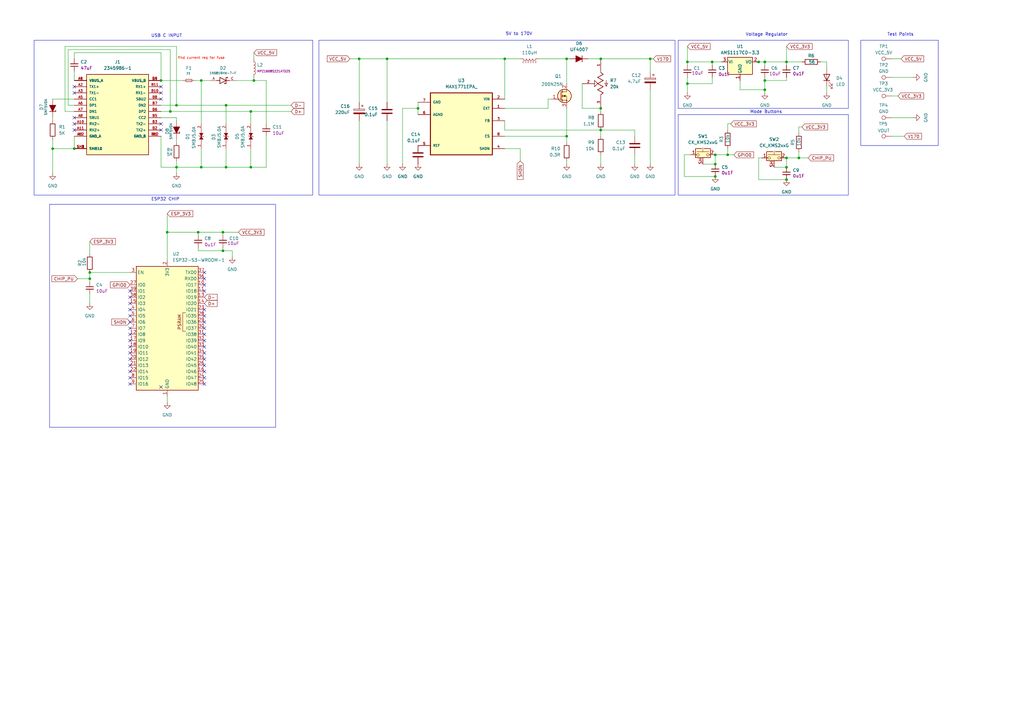
<source format=kicad_sch>
(kicad_sch (version 20231120) (generator "eeschema") (generator_version "8.0")
  (paper "A3")
  (junction (at 30.48 60.96))
  (junction (at 313.69 36.83))
  (junction (at 322.58 25.4))
  (junction (at 68.58 95.25))
  (junction (at 104.14 33.02))
  (junction (at 293.37 72.39))
  (junction (at 281.94 25.4))
  (junction (at 36.83 114.3))
  (junction (at 232.41 24.13))
  (junction (at 72.39 43.18))
  (junction (at 147.32 24.13))
  (junction (at 322.58 68.58))
  (junction (at 246.38 44.45))
  (junction (at 313.69 33.02))
  (junction (at 327.66 64.77))
  (junction (at 72.39 68.58))
  (junction (at 246.38 24.13))
  (junction (at 102.87 68.58))
  (junction (at 292.1 25.4))
  (junction (at 311.15 25.4))
  (junction (at 322.58 64.77))
  (junction (at 313.69 25.4))
  (junction (at 92.71 68.58))
  (junction (at 158.75 24.13))
  (junction (at 293.37 67.31))
  (junction (at 246.38 53.34))
  (junction (at 92.71 43.18))
  (junction (at 281.94 34.29))
  (junction (at 91.44 102.87))
  (junction (at 102.87 45.72))
  (junction (at 81.28 95.25))
  (junction (at 21.59 60.96))
  (junction (at 82.55 68.58))
  (junction (at 36.83 111.76))
  (junction (at 293.37 63.5))
  (junction (at 207.01 24.13))
  (junction (at 232.41 55.88))
  (junction (at 69.85 45.72))
  (junction (at 66.04 33.02))
  (junction (at 266.7 24.13))
  (junction (at 171.45 44.45))
  (junction (at 82.55 33.02))
  (junction (at 322.58 73.66))
  (junction (at 91.44 95.25))
  (junction (at 298.45 63.5))
  (no_connect (at 83.82 144.78))
  (no_connect (at 53.34 119.38))
  (no_connect (at 83.82 142.24))
  (no_connect (at 53.34 149.86))
  (no_connect (at 83.82 114.3))
  (no_connect (at 53.34 154.94))
  (no_connect (at 53.34 142.24))
  (no_connect (at 53.34 132.08))
  (no_connect (at 83.82 132.08))
  (no_connect (at 53.34 152.4))
  (no_connect (at 83.82 137.16))
  (no_connect (at 83.82 129.54))
  (no_connect (at 83.82 147.32))
  (no_connect (at 53.34 121.92))
  (no_connect (at 83.82 116.84))
  (no_connect (at 53.34 137.16))
  (no_connect (at 30.48 53.34))
  (no_connect (at 83.82 139.7))
  (no_connect (at 30.48 35.56))
  (no_connect (at 83.82 127))
  (no_connect (at 66.04 38.1))
  (no_connect (at 83.82 152.4))
  (no_connect (at 53.34 147.32))
  (no_connect (at 30.48 48.26))
  (no_connect (at 83.82 154.94))
  (no_connect (at 53.34 157.48))
  (no_connect (at 83.82 119.38))
  (no_connect (at 30.48 38.1))
  (no_connect (at 83.82 111.76))
  (no_connect (at 66.04 50.8))
  (no_connect (at 53.34 124.46))
  (no_connect (at 83.82 157.48))
  (no_connect (at 53.34 144.78))
  (no_connect (at 53.34 139.7))
  (no_connect (at 66.04 158.75))
  (no_connect (at 66.04 35.56))
  (no_connect (at 66.04 40.64))
  (no_connect (at 53.34 129.54))
  (no_connect (at 83.82 134.62))
  (no_connect (at 53.34 127))
  (no_connect (at 66.04 53.34))
  (no_connect (at 53.34 134.62))
  (no_connect (at 30.48 50.8))
  (no_connect (at 83.82 149.86))
  (wire (pts (xy 232.41 34.29) (xy 232.41 24.13)))
  (wire (pts (xy 322.58 33.02) (xy 313.69 33.02)))
  (wire (pts (xy 292.1 26.67) (xy 292.1 25.4)))
  (wire (pts (xy 266.7 36.83) (xy 266.7 67.31)))
  (wire (pts (xy 260.35 63.5) (xy 260.35 67.31)))
  (wire (pts (xy 53.34 111.76) (xy 36.83 111.76)))
  (wire (pts (xy 36.83 120.65) (xy 36.83 124.46)))
  (wire (pts (xy 298.45 63.5) (xy 293.37 63.5)))
  (wire (pts (xy 82.55 60.96) (xy 82.55 68.58)))
  (wire (pts (xy 311.15 64.77) (xy 311.15 73.66)))
  (wire (pts (xy 36.83 114.3) (xy 36.83 111.76)))
  (wire (pts (xy 102.87 45.72) (xy 119.38 45.72)))
  (wire (pts (xy 339.09 25.4) (xy 336.55 25.4)))
  (wire (pts (xy 82.55 33.02) (xy 86.36 33.02)))
  (wire (pts (xy 72.39 68.58) (xy 72.39 71.12)))
  (wire (pts (xy 327.66 52.07) (xy 328.93 52.07)))
  (wire (pts (xy 102.87 68.58) (xy 109.22 68.58)))
  (wire (pts (xy 158.75 24.13) (xy 147.32 24.13)))
  (wire (pts (xy 102.87 60.96) (xy 102.87 68.58)))
  (wire (pts (xy 147.32 49.53) (xy 147.32 67.31)))
  (wire (pts (xy 31.75 114.3) (xy 36.83 114.3)))
  (wire (pts (xy 81.28 102.87) (xy 91.44 102.87)))
  (wire (pts (xy 207.01 53.34) (xy 246.38 53.34)))
  (wire (pts (xy 92.71 50.8) (xy 92.71 43.18)))
  (wire (pts (xy 295.91 25.4) (xy 292.1 25.4)))
  (wire (pts (xy 30.48 40.64) (xy 21.59 40.64)))
  (wire (pts (xy 104.14 21.59) (xy 104.14 24.13)))
  (wire (pts (xy 30.48 33.02) (xy 30.48 29.21)))
  (wire (pts (xy 292.1 34.29) (xy 292.1 31.75)))
  (wire (pts (xy 36.83 104.14) (xy 36.83 99.06)))
  (wire (pts (xy 317.5 68.58) (xy 322.58 68.58)))
  (wire (pts (xy 21.59 48.26) (xy 21.59 49.53)))
  (wire (pts (xy 92.71 68.58) (xy 102.87 68.58)))
  (wire (pts (xy 72.39 66.04) (xy 72.39 68.58)))
  (wire (pts (xy 281.94 34.29) (xy 281.94 38.1)))
  (wire (pts (xy 66.04 21.59) (xy 66.04 33.02)))
  (wire (pts (xy 66.04 33.02) (xy 74.93 33.02)))
  (wire (pts (xy 69.85 45.72) (xy 102.87 45.72)))
  (wire (pts (xy 66.04 48.26) (xy 72.39 48.26)))
  (wire (pts (xy 370.84 55.88) (xy 365.76 55.88)))
  (wire (pts (xy 311.15 25.4) (xy 313.69 25.4)))
  (wire (pts (xy 238.76 34.29) (xy 238.76 44.45)))
  (wire (pts (xy 207.01 24.13) (xy 158.75 24.13)))
  (wire (pts (xy 232.41 24.13) (xy 220.98 24.13)))
  (wire (pts (xy 81.28 96.52) (xy 81.28 95.25)))
  (wire (pts (xy 82.55 68.58) (xy 92.71 68.58)))
  (wire (pts (xy 158.75 41.91) (xy 158.75 24.13)))
  (wire (pts (xy 91.44 102.87) (xy 91.44 101.6)))
  (wire (pts (xy 66.04 43.18) (xy 72.39 43.18)))
  (wire (pts (xy 365.76 48.26) (xy 374.65 48.26)))
  (wire (pts (xy 313.69 25.4) (xy 322.58 25.4)))
  (wire (pts (xy 81.28 95.25) (xy 68.58 95.25)))
  (wire (pts (xy 27.94 20.32) (xy 27.94 43.18)))
  (wire (pts (xy 224.79 40.64) (xy 226.06 40.64)))
  (wire (pts (xy 260.35 55.88) (xy 260.35 53.34)))
  (wire (pts (xy 207.01 53.34) (xy 207.01 49.53)))
  (wire (pts (xy 91.44 96.52) (xy 91.44 95.25)))
  (wire (pts (xy 72.39 43.18) (xy 92.71 43.18)))
  (wire (pts (xy 213.36 60.96) (xy 213.36 66.04)))
  (wire (pts (xy 102.87 50.8) (xy 102.87 45.72)))
  (wire (pts (xy 165.1 44.45) (xy 171.45 44.45)))
  (wire (pts (xy 92.71 60.96) (xy 92.71 68.58)))
  (wire (pts (xy 339.09 35.56) (xy 339.09 38.1)))
  (wire (pts (xy 322.58 33.02) (xy 322.58 31.75)))
  (wire (pts (xy 91.44 102.87) (xy 95.25 102.87)))
  (wire (pts (xy 281.94 25.4) (xy 281.94 19.05)))
  (wire (pts (xy 313.69 26.67) (xy 313.69 25.4)))
  (wire (pts (xy 303.53 33.02) (xy 303.53 36.83)))
  (wire (pts (xy 21.59 60.96) (xy 21.59 57.15)))
  (wire (pts (xy 283.21 63.5) (xy 280.67 63.5)))
  (wire (pts (xy 165.1 67.31) (xy 165.1 44.45)))
  (wire (pts (xy 66.04 55.88) (xy 66.04 68.58)))
  (wire (pts (xy 207.01 55.88) (xy 232.41 55.88)))
  (wire (pts (xy 27.94 20.32) (xy 69.85 20.32)))
  (wire (pts (xy 246.38 63.5) (xy 246.38 67.31)))
  (wire (pts (xy 104.14 33.02) (xy 109.22 33.02)))
  (wire (pts (xy 171.45 41.91) (xy 171.45 44.45)))
  (wire (pts (xy 66.04 68.58) (xy 72.39 68.58)))
  (wire (pts (xy 232.41 44.45) (xy 232.41 55.88)))
  (wire (pts (xy 327.66 62.23) (xy 327.66 64.77)))
  (wire (pts (xy 96.52 33.02) (xy 104.14 33.02)))
  (wire (pts (xy 30.48 21.59) (xy 30.48 24.13)))
  (wire (pts (xy 309.88 25.4) (xy 311.15 25.4)))
  (wire (pts (xy 27.94 43.18) (xy 30.48 43.18)))
  (wire (pts (xy 233.68 24.13) (xy 232.41 24.13)))
  (wire (pts (xy 232.41 58.42) (xy 232.41 55.88)))
  (wire (pts (xy 365.76 24.13) (xy 369.57 24.13)))
  (wire (pts (xy 92.71 43.18) (xy 119.38 43.18)))
  (wire (pts (xy 293.37 67.31) (xy 293.37 63.5)))
  (wire (pts (xy 158.75 67.31) (xy 158.75 49.53)))
  (wire (pts (xy 322.58 25.4) (xy 328.93 25.4)))
  (wire (pts (xy 311.15 73.66) (xy 322.58 73.66)))
  (wire (pts (xy 80.01 33.02) (xy 82.55 33.02)))
  (wire (pts (xy 331.47 64.77) (xy 327.66 64.77)))
  (wire (pts (xy 109.22 55.88) (xy 109.22 68.58)))
  (wire (pts (xy 91.44 95.25) (xy 97.79 95.25)))
  (wire (pts (xy 365.76 31.75) (xy 374.65 31.75)))
  (wire (pts (xy 68.58 106.68) (xy 68.58 95.25)))
  (wire (pts (xy 36.83 115.57) (xy 36.83 114.3)))
  (wire (pts (xy 260.35 53.34) (xy 246.38 53.34)))
  (wire (pts (xy 327.66 64.77) (xy 322.58 64.77)))
  (wire (pts (xy 68.58 95.25) (xy 68.58 87.63)))
  (wire (pts (xy 104.14 31.75) (xy 104.14 33.02)))
  (wire (pts (xy 266.7 24.13) (xy 246.38 24.13)))
  (wire (pts (xy 312.42 64.77) (xy 311.15 64.77)))
  (wire (pts (xy 207.01 60.96) (xy 213.36 60.96)))
  (wire (pts (xy 69.85 20.32) (xy 69.85 45.72)))
  (wire (pts (xy 66.04 45.72) (xy 69.85 45.72)))
  (wire (pts (xy 298.45 60.96) (xy 298.45 63.5)))
  (wire (pts (xy 303.53 36.83) (xy 313.69 36.83)))
  (wire (pts (xy 72.39 48.26) (xy 72.39 49.53)))
  (wire (pts (xy 322.58 68.58) (xy 322.58 64.77)))
  (wire (pts (xy 327.66 54.61) (xy 327.66 52.07)))
  (wire (pts (xy 81.28 95.25) (xy 91.44 95.25)))
  (wire (pts (xy 109.22 33.02) (xy 109.22 50.8)))
  (wire (pts (xy 207.01 44.45) (xy 224.79 44.45)))
  (wire (pts (xy 30.48 21.59) (xy 66.04 21.59)))
  (wire (pts (xy 246.38 53.34) (xy 246.38 55.88)))
  (wire (pts (xy 298.45 53.34) (xy 298.45 50.8)))
  (wire (pts (xy 288.29 67.31) (xy 293.37 67.31)))
  (wire (pts (xy 224.79 44.45) (xy 224.79 40.64)))
  (wire (pts (xy 72.39 57.15) (xy 72.39 58.42)))
  (wire (pts (xy 280.67 72.39) (xy 293.37 72.39)))
  (wire (pts (xy 171.45 44.45) (xy 171.45 46.99)))
  (wire (pts (xy 95.25 105.41) (xy 95.25 102.87)))
  (wire (pts (xy 322.58 25.4) (xy 322.58 26.67)))
  (wire (pts (xy 300.99 63.5) (xy 298.45 63.5)))
  (wire (pts (xy 26.67 45.72) (xy 26.67 19.05)))
  (wire (pts (xy 82.55 68.58) (xy 72.39 68.58)))
  (wire (pts (xy 298.45 50.8) (xy 299.72 50.8)))
  (wire (pts (xy 30.48 60.96) (xy 30.48 55.88)))
  (wire (pts (xy 246.38 24.13) (xy 241.3 24.13)))
  (wire (pts (xy 238.76 44.45) (xy 246.38 44.45)))
  (wire (pts (xy 292.1 34.29) (xy 281.94 34.29)))
  (wire (pts (xy 313.69 31.75) (xy 313.69 33.02)))
  (wire (pts (xy 26.67 19.05) (xy 72.39 19.05)))
  (wire (pts (xy 147.32 41.91) (xy 147.32 24.13)))
  (wire (pts (xy 313.69 33.02) (xy 313.69 36.83)))
  (wire (pts (xy 82.55 33.02) (xy 82.55 50.8)))
  (wire (pts (xy 281.94 26.67) (xy 281.94 25.4)))
  (wire (pts (xy 339.09 27.94) (xy 339.09 25.4)))
  (wire (pts (xy 266.7 29.21) (xy 266.7 24.13)))
  (wire (pts (xy 72.39 19.05) (xy 72.39 43.18)))
  (wire (pts (xy 281.94 31.75) (xy 281.94 34.29)))
  (wire (pts (xy 81.28 101.6) (xy 81.28 102.87)))
  (wire (pts (xy 280.67 63.5) (xy 280.67 72.39)))
  (wire (pts (xy 143.51 24.13) (xy 147.32 24.13)))
  (wire (pts (xy 292.1 25.4) (xy 281.94 25.4)))
  (wire (pts (xy 313.69 38.1) (xy 313.69 36.83)))
  (wire (pts (xy 21.59 71.12) (xy 21.59 60.96)))
  (wire (pts (xy 322.58 19.05) (xy 322.58 25.4)))
  (wire (pts (xy 213.36 24.13) (xy 207.01 24.13)))
  (wire (pts (xy 267.97 24.13) (xy 266.7 24.13)))
  (wire (pts (xy 365.76 39.37) (xy 368.3 39.37)))
  (wire (pts (xy 30.48 60.96) (xy 21.59 60.96)))
  (wire (pts (xy 232.41 67.31) (xy 232.41 66.04)))
  (wire (pts (xy 30.48 45.72) (xy 26.67 45.72)))
  (wire (pts (xy 207.01 40.64) (xy 207.01 24.13)))
  (wire (pts (xy 246.38 45.72) (xy 246.38 44.45)))
  (wire (pts (xy 68.58 162.56) (xy 68.58 165.1)))
  (rectangle (start 13.97 16.51) (end 128.27 80.01))
  (rectangle (start 353.06 16.51) (end 384.81 59.69))
  (rectangle (start 130.81 16.51) (end 276.86 80.01))
  (rectangle (start 278.13 16.51) (end 347.98 44.45))
  (rectangle (start 278.13 46.99) (end 347.98 80.01))
  (rectangle (start 205.74 323.85) (end 205.74 323.85))
  (rectangle (start 20.32 83.82) (end 113.03 175.26))
  (text "Voltage Regulator" (at 314.452 14.224 0) (effects (font (size 1.27 1.27))))
  (text "5V to 170V" (at 212.852 13.97 0) (effects (font (size 1.27 1.27))))
  (text "Test Points" (at 369.316 14.224 0) (effects (font (size 1.27 1.27))))
  (text "USB C INPUT" (at 68.326 14.732 0) (effects (font (size 1.27 1.27))))
  (text "find current req for fuse\n" (at 82.55 23.876 0) (effects (font (size 1.016 1.016))))
  (text "Mode Buttons" (at 314.198 45.974 0) (effects (font (size 1.27 1.27))))
  (text "ESP32 CHIP" (at 67.818 81.788 0) (effects (font (size 1.27 1.27))))
  (global_label "D+" (shape input) (at 119.38 45.72 0) (property "Intersheetrefs" "${INTERSHEET_REFS}" (effects (hide yes))))
  (global_label "VCC_3V3" (shape input) (at 97.79 95.25 0) (property "Intersheetrefs" "${INTERSHEET_REFS}" (effects (hide yes))))
  (global_label "D+" (shape input) (at 83.82 124.46 0) (property "Intersheetrefs" "${INTERSHEET_REFS}" (effects (hide yes))))
  (global_label "VCC_3V3" (shape input) (at 299.72 50.8 0) (property "Intersheetrefs" "${INTERSHEET_REFS}" (effects (hide yes))))
  (global_label "VCC_5V" (shape input) (at 369.57 24.13 0) (property "Intersheetrefs" "${INTERSHEET_REFS}" (effects (hide yes))))
  (global_label "VCC_5V" (shape input) (at 143.51 24.13 180) (property "Intersheetrefs" "${INTERSHEET_REFS}" (effects (hide yes))))
  (global_label "D-" (shape input) (at 83.82 121.92 0) (property "Intersheetrefs" "${INTERSHEET_REFS}" (effects (hide yes))))
  (global_label "V170" (shape input) (at 267.97 24.13 0) (property "Intersheetrefs" "${INTERSHEET_REFS}" (effects (hide yes))))
  (global_label "GPIO0" (shape input) (at 300.99 63.5 0) (property "Intersheetrefs" "${INTERSHEET_REFS}" (effects (hide yes))))
  (global_label "V170" (shape input) (at 370.84 55.88 0) (property "Intersheetrefs" "${INTERSHEET_REFS}" (effects (hide yes))))
  (global_label "VCC_3V3" (shape input) (at 368.3 39.37 0) (property "Intersheetrefs" "${INTERSHEET_REFS}" (effects (hide yes))))
  (global_label "D-" (shape input) (at 119.38 43.18 0) (property "Intersheetrefs" "${INTERSHEET_REFS}" (effects (hide yes))))
  (global_label "VCC_3V3" (shape input) (at 322.58 19.05 0) (property "Intersheetrefs" "${INTERSHEET_REFS}" (effects (hide yes))))
  (global_label "ESP_3V3" (shape input) (at 36.83 99.06 0) (property "Intersheetrefs" "${INTERSHEET_REFS}" (effects (hide yes))))
  (global_label "CHIP_PU" (shape input) (at 331.47 64.77 0) (property "Intersheetrefs" "${INTERSHEET_REFS}" (effects (hide yes))))
  (global_label "CHIP_PU" (shape input) (at 31.75 114.3 180) (property "Intersheetrefs" "${INTERSHEET_REFS}" (effects (hide yes))))
  (global_label "SHDN" (shape input) (at 53.34 132.08 180) (property "Intersheetrefs" "${INTERSHEET_REFS}" (effects (hide yes))))
  (global_label "VCC_5V" (shape input) (at 281.94 19.05 0) (property "Intersheetrefs" "${INTERSHEET_REFS}" (effects (hide yes))))
  (global_label "SHDN" (shape input) (at 213.36 66.04 270) (property "Intersheetrefs" "${INTERSHEET_REFS}" (effects (hide yes))))
  (global_label "ESP_3V3" (shape input) (at 68.58 87.63 0) (property "Intersheetrefs" "${INTERSHEET_REFS}" (effects (hide yes))))
  (global_label "VCC_3V3" (shape input) (at 328.93 52.07 0) (property "Intersheetrefs" "${INTERSHEET_REFS}" (effects (hide yes))))
  (global_label "GPIO0" (shape input) (at 53.34 116.84 180) (property "Intersheetrefs" "${INTERSHEET_REFS}" (effects (hide yes))))
  (global_label "VCC_5V" (shape input) (at 104.14 21.59 0) (property "Intersheetrefs" "${INTERSHEET_REFS}" (effects (hide yes))))
  (symbol (lib_id "Connector:TestPoint") (at 365.76 48.26 90) (unit 1)
    (property "Reference" "TP4" (at 364.236 43.18 90) (effects (justify left)))
    (property "Value" "GND" (at 364.49 45.72 90) (effects (justify left)))
    (property "Footprint" "Connector_PinHeader_2.54mm:PinHeader_1x01_P2.54mm_Vertical" (effects (hide yes)))
    (property "Description" "test point" (effects (hide yes)))
  )
  (symbol (lib_id "power:GND") (at 232.41 67.31 0) (mirror y) (unit 1)
    (property "Reference" "#PWR017" (effects (hide yes)))
    (property "Value" "GND" (at 232.41 72.39 0))
    (property "Description" "Power symbol creates a global label with name \"GND\" , ground" (effects (hide yes)))
  )
  (symbol (lib_id "1N5819HW-7-F:1N5819HW-7-F") (at 91.44 33.02 0) (unit 1)
    (property "Reference" "D2" (at 91.44 27.94 0))
    (property "Value" "1N5819HW-7-F" (at 91.44 29.972 0) (effects (font (size 0.889 0.889))))
    (property "Footprint" "1N5819HW-7-F:SOD3715X145N" (effects (hide yes)))
    (property "MF" "Diodes Inc." (effects (hide yes)))
    (property "Description_1" "\nDiode Schottky 1A 40V SOD123 | Diodes Inc 1N5819HW-7-F\n" (effects (hide yes)))
    (property "Package" "SOD-123 Fairchild Semiconductor" (effects (hide yes)))
    (property "Price" "None" (effects (hide yes)))
    (property "Check_prices" "https://www.snapeda.com/parts/1N5819HW-7-F/Diodes+Inc./view-part/?ref=eda" (effects (hide yes)))
    (property "STANDARD" "IPC-7351B" (effects (hide yes)))
    (property "PARTREV" "18-2" (effects (hide yes)))
    (property "SnapEDA_Link" "https://www.snapeda.com/parts/1N5819HW-7-F/Diodes+Inc./view-part/?ref=snap" (effects (hide yes)))
    (property "MP" "1N5819HW-7-F" (effects (hide yes)))
    (property "Availability" "In Stock" (effects (hide yes)))
    (property "MANUFACTURER" "Diodes Inc." (effects (hide yes)))
  )
  (symbol (lib_id "Switch:CK_KMS2xxG") (at 288.29 63.5 0) (unit 1)
    (property "Reference" "SW1" (at 288.29 55.88 0))
    (property "Value" "CK_KMS2xxG" (at 288.29 58.42 0))
    (property "Footprint" "Button_Switch_SMD:SW_SPST_CK_KMS2xxGP" (effects (hide yes)))
    (property "Datasheet" "https://www.ckswitches.com/media/1482/kms.pdf" (effects (hide yes)))
    (property "Description" "Microminiature SMT Side Actuated, 4.2 x 2.8 x 1.42mm, without pegs, with shield pin" (effects (hide yes)))
  )
  (symbol (lib_id "power:GND") (at 95.25 105.41 0) (unit 1)
    (property "Reference" "#PWR09" (effects (hide yes)))
    (property "Value" "GND" (at 95.25 110.49 0))
    (property "Description" "Power symbol creates a global label with name \"GND\" , ground" (effects (hide yes)))
  )
  (symbol (lib_id "PCM_Transistor_MOSFET_AKL:IRF640") (at 229.87 39.37 0) (unit 1)
    (property "Reference" "Q1" (at 227.584 31.242 0) (effects (justify left)))
    (property "Value" "200N25N" (at 221.996 34.544 0) (effects (justify left)))
    (property "Footprint" "PCM_Package_TO_SOT_THT_AKL:TO-220-3_Vertical_GDS" (effects (hide yes)))
    (property "Datasheet" "https://www.tme.eu/Document/5b02d89445db0cd125a3a98f98b3f499/IRF640PBF.pdf" (effects (hide yes)))
    (property "Description" "TO-220 N-MOSFET enchancement mode transistor, 200V, 18A, 125W, Alternate KiCAD Library" (effects (hide yes)))
  )
  (symbol (lib_id "PCM_Diode_TVS_AKL:PTVS3V3P1UP") (at 72.39 53.34 270) (unit 1)
    (property "Reference" "D8" (at 68.58 53.848 0))
    (property "Value" "SMF5V0A" (at 70.104 53.848 0) (effects (font (size 1.016 1.016))))
  )
  (symbol (lib_id "power:GND") (at 171.45 67.31 0) (mirror y) (unit 1)
    (property "Reference" "#PWR018" (effects (hide yes)))
    (property "Value" "GND" (at 171.45 72.39 0))
    (property "Description" "Power symbol creates a global label with name \"GND\" , ground" (effects (hide yes)))
  )
  (symbol (lib_id "power:GND") (at 293.37 72.39 0) (unit 1)
    (property "Reference" "#PWR04" (effects (hide yes)))
    (property "Value" "GND" (at 293.37 77.47 0))
    (property "Description" "Power symbol creates a global label with name \"GND\" , ground" (effects (hide yes)))
  )
  (symbol (lib_id "Device:LED") (at 339.09 31.75 90) (unit 1)
    (property "Reference" "D4" (at 342.9 32.0674 90) (effects (justify right)))
    (property "Value" "LED" (at 342.9 34.6074 90) (effects (justify right)))
    (property "Footprint" "LED_SMD:LED_0805_2012Metric_Pad1.15x1.40mm_HandSolder" (effects (hide yes)))
    (property "Description" "Light emitting diode" (effects (hide yes)))
    (property "Field5" "RED" (effects (hide yes)))
  )
  (symbol (lib_id "power:GND") (at 21.59 71.12 0) (unit 1)
    (property "Reference" "#PWR02" (effects (hide yes)))
    (property "Value" "GND" (at 21.59 76.2 0))
    (property "Description" "Power symbol creates a global label with name \"GND\" , ground" (effects (hide yes)))
  )
  (symbol (lib_id "Device:R") (at 332.74 25.4 90) (unit 1)
    (property "Reference" "R6" (at 332.74 22.86 90))
    (property "Value" "56" (at 332.994 25.4 90))
    (property "Footprint" "PCM_Resistor_SMD_AKL:R_0805_2012Metric_Pad1.20x1.40mm_HandSolder" (effects (hide yes)))
    (property "Description" "Resistor" (effects (hide yes)))
  )
  (symbol (lib_id "power:GND") (at 246.38 67.31 0) (mirror y) (unit 1)
    (property "Reference" "#PWR015" (effects (hide yes)))
    (property "Value" "GND" (at 246.38 72.39 0))
    (property "Description" "Power symbol creates a global label with name \"GND\" , ground" (effects (hide yes)))
  )
  (symbol (lib_id "PCM_Capacitor_AKL:CP_Radial_D10.0mm_P5.00mm") (at 147.32 45.72 0) (mirror y) (unit 1)
    (property "Reference" "C16" (at 143.51 43.5609 0) (effects (justify left)))
    (property "Value" "220uF" (at 143.51 46.1009 0) (effects (justify left)))
    (property "Footprint" "Capacitor_THT:CP_Radial_D6.3mm_P2.50mm" (effects (hide yes)))
    (property "Description" "THT Electrolytic Capacitor, 10.0mm Diameter, 5.00mm Pitch, European Symbol, Alternate KiCad Library" (effects (hide yes)))
  )
  (symbol (lib_id "Trim Pot (TC33X-2-302E):TC33X-2-302E") (at 246.38 34.29 90) (mirror x) (unit 1)
    (property "Reference" "R7" (at 250.19 33.0199 90) (effects (justify right)))
    (property "Value" "20k" (at 250.19 35.5599 90) (effects (justify right)))
    (property "Footprint" "TC33X-2-302E:TRIM_TC33X-2-302E" (effects (hide yes)))
    (property "MF" "Bourns" (effects (hide yes)))
    (property "DESCRIPTION" "Res Trimmer 100K Ohm 25% 1/10W 1_Elec_/1_Mech_Turn _3 X 3.8mm_ Foot Print SMD Embossed T/R" (effects (hide yes)))
    (property "PACKAGE" "Bourns" (effects (hide yes)))
    (property "PRICE" "None" (effects (hide yes)))
    (property "Package" "1608 Bourns" (effects (hide yes)))
    (property "Check_prices" "https://www.snapeda.com/parts/TC33X-2-302E/Bourns/view-part/?ref=eda" (effects (hide yes)))
    (property "Price" "None" (effects (hide yes)))
    (property "SnapEDA_Link" "https://www.snapeda.com/parts/TC33X-2-302E/Bourns/view-part/?ref=snap" (effects (hide yes)))
    (property "MP" "TC33X-2-302E" (effects (hide yes)))
    (property "Availability" "In Stock" (effects (hide yes)))
    (property "AVAILABILITY" "Unavailable" (effects (hide yes)))
    (property "Description_1" "\n3 kOhms 0.1W, 1/10W J Lead Surface Mount Trimmer Potentiometer Cermet 1.0 Turn Top Adjustment\n" (effects (hide yes)))
  )
  (symbol (lib_id "PCM_Diode_TVS_AKL:PTVS3V3P1UP") (at 21.59 44.45 270) (unit 1)
    (property "Reference" "D7" (at 17.018 43.942 0))
    (property "Value" "SMF5V0A" (at 18.796 43.942 0) (effects (font (size 1.016 1.016))))
  )
  (symbol (lib_id "power:GND") (at 147.32 67.31 0) (mirror y) (unit 1)
    (property "Reference" "#PWR022" (effects (hide yes)))
    (property "Value" "GND" (at 147.32 72.39 0))
    (property "Description" "Power symbol creates a global label with name \"GND\" , ground" (effects (hide yes)))
  )
  (symbol (lib_id "Device:R") (at 246.38 59.69 0) (mirror y) (unit 1)
    (property "Reference" "R9" (at 243.84 58.4199 0) (effects (justify left)))
    (property "Value" "10k" (at 243.84 60.9599 0) (effects (justify left)))
    (property "Footprint" "Resistor_SMD:R_1206_3216Metric_Pad1.30x1.75mm_HandSolder" (effects (hide yes)))
    (property "Description" "Resistor" (effects (hide yes)))
  )
  (symbol (lib_id "PCM_Capacitor_AKL:C_0805") (at 158.75 45.72 0) (mirror y) (unit 1)
    (property "Reference" "C15" (at 154.94 44.4499 0) (effects (justify left)))
    (property "Value" "0.1uF" (at 154.94 46.9899 0) (effects (justify left)))
    (property "Footprint" "PCM_Capacitor_SMD_AKL:C_1206_3216Metric_Pad1.42x1.75mm_HandSolder" (effects (hide yes)))
    (property "Description" "SMD 0805 MLCC capacitor, Alternate KiCad Library" (effects (hide yes)))
  )
  (symbol (lib_id "LESD5D5.0CT1G:LESD5D5.0CT1G") (at 102.87 55.88 90) (unit 1)
    (property "Reference" "D5" (at 97.282 54.61 0) (effects (justify right)))
    (property "Value" "SMBJ5.0A" (at 99.568 51.562 0) (effects (justify right)))
    (property "Footprint" "LESD5D5.0CT1G:TVS_LESD5D5.0CT1G" (effects (hide yes)))
    (property "MF" "Leshan Radio Co." (effects (hide yes)))
    (property "MAXIMUM_PACKAGE_HEIGHT" "0.7 mm" (effects (hide yes)))
    (property "Package" "None" (effects (hide yes)))
    (property "Price" "None" (effects (hide yes)))
    (property "Check_prices" "https://www.snapeda.com/parts/LESD5D5.0CT1G/Leshan+Radio+Co./view-part/?ref=eda" (effects (hide yes)))
    (property "STANDARD" "Manufacturer Recommendations" (effects (hide yes)))
    (property "PARTREV" "O" (effects (hide yes)))
    (property "SnapEDA_Link" "https://www.snapeda.com/parts/LESD5D5.0CT1G/Leshan+Radio+Co./view-part/?ref=snap" (effects (hide yes)))
    (property "MP" "LESD5D5.0CT1G" (effects (hide yes)))
    (property "Description_1" "\nTransient Voltage Suppressors for ESD Protection\n" (effects (hide yes)))
    (property "Availability" "In Stock" (effects (hide yes)))
    (property "MANUFACTURER" "LRC" (effects (hide yes)))
  )
  (symbol (lib_id "power:GND") (at 165.1 67.31 0) (mirror y) (unit 1)
    (property "Reference" "#PWR020" (effects (hide yes)))
    (property "Value" "GND" (at 165.1 72.39 0))
    (property "Description" "Power symbol creates a global label with name \"GND\" , ground" (effects (hide yes)))
  )
  (symbol (lib_id "Connector:TestPoint") (at 365.76 24.13 90) (unit 1)
    (property "Reference" "TP1" (at 362.458 19.05 90))
    (property "Value" "VCC_5V" (at 362.458 21.59 90))
    (property "Footprint" "Connector_PinHeader_2.54mm:PinHeader_1x01_P2.54mm_Vertical" (effects (hide yes)))
    (property "Description" "test point" (effects (hide yes)))
  )
  (symbol (lib_id "power:GND") (at 260.35 67.31 0) (mirror y) (unit 1)
    (property "Reference" "#PWR014" (effects (hide yes)))
    (property "Value" "GND" (at 260.35 72.39 0))
    (property "Description" "Power symbol creates a global label with name \"GND\" , ground" (effects (hide yes)))
  )
  (symbol (lib_id "Regulator_Linear:AMS1117CD-3.3") (at 303.53 25.4 0) (unit 1)
    (property "Reference" "U1" (at 303.53 19.05 0))
    (property "Value" "AMS1117CD-3.3" (at 303.53 21.59 0))
    (property "Footprint" "Package_TO_SOT_SMD:TO-252-3_TabPin2" (effects (hide yes)))
    (property "Datasheet" "http://www.advanced-monolithic.com/pdf/ds1117.pdf" (effects (hide yes)))
    (property "Description" "1A Low Dropout regulator, positive, 3.3V fixed output, TO-252" (effects (hide yes)))
  )
  (symbol (lib_id "Device:R") (at 232.41 62.23 0) (mirror y) (unit 1)
    (property "Reference" "R10" (at 229.87 60.9599 0) (effects (justify left)))
    (property "Value" "0.3R" (at 229.87 63.4999 0) (effects (justify left)))
    (property "Footprint" "Resistor_SMD:R_1206_3216Metric_Pad1.30x1.75mm_HandSolder" (effects (hide yes)))
    (property "Description" "Resistor" (effects (hide yes)))
  )
  (symbol (lib_id "Connector:TestPoint") (at 365.76 39.37 90) (unit 1)
    (property "Reference" "TP3" (at 364.236 34.29 90) (effects (justify left)))
    (property "Value" "VCC_3V3" (at 366.268 36.83 90) (effects (justify left)))
    (property "Footprint" "Connector_PinHeader_2.54mm:PinHeader_1x01_P2.54mm_Vertical" (effects (hide yes)))
    (property "Description" "test point" (effects (hide yes)))
  )
  (symbol (lib_id "Connector:TestPoint") (at 365.76 55.88 90) (unit 1)
    (property "Reference" "TP5" (at 362.204 50.8 90))
    (property "Value" "VOUT" (at 362.458 53.594 90))
    (property "Footprint" "Connector_PinHeader_2.54mm:PinHeader_1x01_P2.54mm_Vertical" (effects (hide yes)))
    (property "Description" "test point" (effects (hide yes)))
  )
  (symbol (lib_id "power:GND") (at 68.58 165.1 0) (unit 1)
    (property "Reference" "#PWR06" (effects (hide yes)))
    (property "Value" "GND" (at 68.58 170.18 0))
    (property "Description" "Power symbol creates a global label with name \"GND\" , ground" (effects (hide yes)))
  )
  (symbol (lib_id "Device:R") (at 246.38 49.53 0) (mirror y) (unit 1)
    (property "Reference" "R8" (at 243.84 48.2599 0) (effects (justify left)))
    (property "Value" "1.1M" (at 243.84 50.7999 0) (effects (justify left)))
    (property "Footprint" "Resistor_SMD:R_1206_3216Metric_Pad1.30x1.75mm_HandSolder" (effects (hide yes)))
    (property "Description" "Resistor" (effects (hide yes)))
  )
  (symbol (lib_id "PCM_4ms_Capacitor:10uF_0805_16V_lowESR") (at 36.83 118.11 0) (unit 1)
    (property "Reference" "C4" (at 39.37 116.8462 0) (effects (justify left)))
    (property "Value" "10uF_0805_16V_lowESR" (effects (hide yes)))
    (property "Footprint" "Capacitor_SMD:C_0805_2012Metric" (effects (hide yes)))
    (property "Description" "10uF, Min. 16V, ESR<=20mΩ@1MHz, 0805, MLCC" (effects (hide yes)))
    (property "Specifications" "10uF, Min. 16V, ESR<=20mΩ@1MHz, 0805, MLCC" (effects (hide yes)))
    (property "Manufacturer" "Taiyo Yuden" (effects (hide yes)))
    (property "Part Number" "EMK212ABJ106KG-T" (effects (hide yes)))
    (property "Display" "10uF" (at 39.37 119.3862 0) (effects (justify left)))
    (property "JLCPCB ID" "C190442" (effects (hide yes)))
  )
  (symbol (lib_id "power:GND") (at 36.83 124.46 0) (unit 1)
    (property "Reference" "#PWR03" (effects (hide yes)))
    (property "Value" "GND" (at 36.83 129.54 0))
    (property "Description" "Power symbol creates a global label with name \"GND\" , ground" (effects (hide yes)))
  )
  (symbol (lib_id "PCM_4ms_Capacitor:10uF_0805_16V_lowESR") (at 292.1 29.21 0) (unit 1)
    (property "Reference" "C3" (at 294.64 27.9462 0) (effects (justify left)))
    (property "Value" "10uF_0805_16V_lowESR" (effects (hide yes)))
    (property "Footprint" "Capacitor_SMD:C_0805_2012Metric" (effects (hide yes)))
    (property "Description" "10uF, Min. 16V, ESR<=20mΩ@1MHz, 0805, MLCC" (effects (hide yes)))
    (property "Specifications" "10uF, Min. 16V, ESR<=20mΩ@1MHz, 0805, MLCC" (effects (hide yes)))
    (property "Manufacturer" "Taiyo Yuden" (effects (hide yes)))
    (property "Part Number" "EMK212ABJ106KG-T" (effects (hide yes)))
    (property "Display" "0u1F" (at 294.64 30.48 0) (effects (justify left)))
    (property "JLCPCB ID" "C190442" (effects (hide yes)))
  )
  (symbol (lib_id "power:GND") (at 374.65 48.26 90) (unit 1)
    (property "Reference" "#PWR012" (effects (hide yes)))
    (property "Value" "GND" (at 379.73 48.26 0))
    (property "Description" "Power symbol creates a global label with name \"GND\" , ground" (effects (hide yes)))
  )
  (symbol (lib_id "PCM_Capacitor_AKL:CP_Radial_D10.0mm_P5.00mm") (at 266.7 33.02 0) (mirror y) (unit 1)
    (property "Reference" "C12" (at 262.89 30.8609 0) (effects (justify left)))
    (property "Value" "4.7uF" (at 262.89 33.4009 0) (effects (justify left)))
    (property "Footprint" "Capacitor_THT:CP_Radial_D6.3mm_P2.50mm" (effects (hide yes)))
    (property "Description" "THT Electrolytic Capacitor, 10.0mm Diameter, 5.00mm Pitch, European Symbol, Alternate KiCad Library" (effects (hide yes)))
  )
  (symbol (lib_id "LESD5D5.0CT1G:LESD5D5.0CT1G") (at 92.71 55.88 90) (unit 1)
    (property "Reference" "D3" (at 87.63 54.864 0) (effects (justify right)))
    (property "Value" "SMBJ5.0A" (at 89.916 51.562 0) (effects (justify right)))
    (property "Footprint" "LESD5D5.0CT1G:TVS_LESD5D5.0CT1G" (effects (hide yes)))
    (property "MF" "Leshan Radio Co." (effects (hide yes)))
    (property "MAXIMUM_PACKAGE_HEIGHT" "0.7 mm" (effects (hide yes)))
    (property "Package" "None" (effects (hide yes)))
    (property "Price" "None" (effects (hide yes)))
    (property "Check_prices" "https://www.snapeda.com/parts/LESD5D5.0CT1G/Leshan+Radio+Co./view-part/?ref=eda" (effects (hide yes)))
    (property "STANDARD" "Manufacturer Recommendations" (effects (hide yes)))
    (property "PARTREV" "O" (effects (hide yes)))
    (property "SnapEDA_Link" "https://www.snapeda.com/parts/LESD5D5.0CT1G/Leshan+Radio+Co./view-part/?ref=snap" (effects (hide yes)))
    (property "MP" "LESD5D5.0CT1G" (effects (hide yes)))
    (property "Description_1" "\nTransient Voltage Suppressors for ESD Protection\n" (effects (hide yes)))
    (property "Availability" "In Stock" (effects (hide yes)))
    (property "MANUFACTURER" "LRC" (effects (hide yes)))
  )
  (symbol (lib_id "Connector:TestPoint") (at 365.76 31.75 90) (unit 1)
    (property "Reference" "TP2" (at 362.458 26.67 90))
    (property "Value" "GND" (at 362.458 29.21 90))
    (property "Footprint" "Connector_PinHeader_2.54mm:PinHeader_1x01_P2.54mm_Vertical" (effects (hide yes)))
    (property "Description" "test point" (effects (hide yes)))
  )
  (symbol (lib_id "MAX1771EPA_:MAX1771EPA_") (at 189.23 50.8 0) (mirror y) (unit 1)
    (property "Reference" "U3" (at 189.23 33.02 0))
    (property "Value" "MAX1771EPA_" (at 189.23 35.56 0))
    (property "Footprint" "MAX1771EPA_:DIP794W47P254L991H457Q8" (effects (hide yes)))
    (property "MF" "Analog Devices" (effects (hide yes)))
    (property "Description_1" "\n12V or Adjustable, High-Efficiency, Low IQ, Step-Up DC-DC Controller\n" (effects (hide yes)))
    (property "Package" "PDIP-8 Maxim" (effects (hide yes)))
    (property "Price" "None" (effects (hide yes)))
    (property "Check_prices" "https://www.snapeda.com/parts/MAX1771EPA+/Analog+Devices/view-part/?ref=eda" (effects (hide yes)))
    (property "SnapEDA_Link" "https://www.snapeda.com/parts/MAX1771EPA+/Analog+Devices/view-part/?ref=snap" (effects (hide yes)))
    (property "MP" "MAX1771EPA+" (effects (hide yes)))
    (property "Availability" "In Stock" (effects (hide yes)))
    (property "Manufacturer" "Maxim Integrated" (effects (hide yes)))
  )
  (symbol (lib_id "power:GND") (at 266.7 67.31 0) (mirror y) (unit 1)
    (property "Reference" "#PWR013" (effects (hide yes)))
    (property "Value" "GND" (at 266.7 72.39 0))
    (property "Description" "Power symbol creates a global label with name \"GND\" , ground" (effects (hide yes)))
  )
  (symbol (lib_id "PCM_Capacitor_AKL:C_0805") (at 171.45 63.5 0) (mirror y) (unit 1)
    (property "Reference" "C14" (at 172.466 55.118 0) (effects (justify left)))
    (property "Value" "0.1uF" (at 172.466 57.658 0) (effects (justify left)))
    (property "Footprint" "PCM_Capacitor_SMD_AKL:C_1206_3216Metric_Pad1.42x1.75mm_HandSolder" (effects (hide yes)))
    (property "Description" "SMD 0805 MLCC capacitor, Alternate KiCad Library" (effects (hide yes)))
  )
  (symbol (lib_id "RF_Module:ESP32-S3-WROOM-1") (at 68.58 134.62 0) (unit 1)
    (property "Reference" "U2" (at 70.7741 104.14 0) (effects (justify left)))
    (property "Value" "ESP32-S3-WROOM-1" (at 70.7741 106.68 0) (effects (justify left)))
    (property "Footprint" "RF_Module:ESP32-S3-WROOM-1" (effects (hide yes)))
    (property "Datasheet" "https://www.espressif.com/sites/default/files/documentation/esp32-s3-wroom-1_wroom-1u_datasheet_en.pdf" (effects (hide yes)))
    (property "Description" "RF Module, ESP32-S3 SoC, Wi-Fi 802.11b/g/n, Bluetooth, BLE, 32-bit, 3.3V, onboard antenna, SMD" (effects (hide yes)))
  )
  (symbol (lib_id "Switch:CK_KMS2xxG") (at 317.5 64.77 0) (unit 1)
    (property "Reference" "SW2" (at 317.5 57.15 0))
    (property "Value" "CK_KMS2xxG" (at 317.5 59.69 0))
    (property "Footprint" "Button_Switch_SMD:SW_SPST_CK_KMS2xxGP" (effects (hide yes)))
    (property "Datasheet" "https://www.ckswitches.com/media/1482/kms.pdf" (effects (hide yes)))
    (property "Description" "Microminiature SMT Side Actuated, 4.2 x 2.8 x 1.42mm, without pegs, with shield pin" (effects (hide yes)))
  )
  (symbol (lib_id "PCM_4ms_Capacitor:10uF_0805_16V_lowESR") (at 313.69 29.21 0) (unit 1)
    (property "Reference" "C6" (at 316.23 27.9462 0) (effects (justify left)))
    (property "Value" "10uF_0805_16V_lowESR" (effects (hide yes)))
    (property "Footprint" "Capacitor_SMD:C_0805_2012Metric" (effects (hide yes)))
    (property "Description" "10uF, Min. 16V, ESR<=20mΩ@1MHz, 0805, MLCC" (effects (hide yes)))
    (property "Specifications" "10uF, Min. 16V, ESR<=20mΩ@1MHz, 0805, MLCC" (effects (hide yes)))
    (property "Manufacturer" "Taiyo Yuden" (effects (hide yes)))
    (property "Part Number" "EMK212ABJ106KG-T" (effects (hide yes)))
    (property "Display" "10uF" (at 315.468 30.226 0) (effects (justify left)))
    (property "JLCPCB ID" "C190442" (effects (hide yes)))
  )
  (symbol (lib_id "PCM_4ms_Capacitor:10uF_0805_16V_lowESR") (at 30.48 26.67 180) (unit 1)
    (property "Reference" "C2" (at 33.02 25.3935 0) (effects (justify right)))
    (property "Value" "10uF_0805_16V_lowESR" (effects (hide yes)))
    (property "Footprint" "Capacitor_SMD:C_0805_2012Metric" (effects (hide yes)))
    (property "Description" "10uF, Min. 16V, ESR<=20mΩ@1MHz, 0805, MLCC" (effects (hide yes)))
    (property "Specifications" "10uF, Min. 16V, ESR<=20mΩ@1MHz, 0805, MLCC" (effects (hide yes)))
    (property "Manufacturer" "Taiyo Yuden" (effects (hide yes)))
    (property "Part Number" "EMK212ABJ106KG-T" (effects (hide yes)))
    (property "Display" "47uF" (at 33.02 27.9335 0) (effects (justify right)))
    (property "JLCPCB ID" "C190442" (effects (hide yes)))
  )
  (symbol (lib_id "Device:R") (at 72.39 62.23 0) (unit 1)
    (property "Reference" "R4" (at 68.326 61.468 0) (effects (justify left)))
    (property "Value" "5K" (at 68.326 63.246 0) (effects (justify left)))
    (property "Footprint" "PCM_Resistor_SMD_AKL:R_0805_2012Metric_Pad1.20x1.40mm_HandSolder" (effects (hide yes)))
    (property "Description" "Resistor" (effects (hide yes)))
  )
  (symbol (lib_id "PCM_4ms_Capacitor:10uF_0805_16V_lowESR") (at 91.44 99.06 0) (unit 1)
    (property "Reference" "C10" (at 93.98 97.7962 0) (effects (justify left)))
    (property "Value" "10uF_0805_16V_lowESR" (effects (hide yes)))
    (property "Footprint" "Capacitor_SMD:C_0805_2012Metric" (effects (hide yes)))
    (property "Description" "10uF, Min. 16V, ESR<=20mΩ@1MHz, 0805, MLCC" (effects (hide yes)))
    (property "Specifications" "10uF, Min. 16V, ESR<=20mΩ@1MHz, 0805, MLCC" (effects (hide yes)))
    (property "Manufacturer" "Taiyo Yuden" (effects (hide yes)))
    (property "Part Number" "EMK212ABJ106KG-T" (effects (hide yes)))
    (property "Display" "10uF" (at 93.218 99.822 0) (effects (justify left)))
    (property "JLCPCB ID" "C190442" (effects (hide yes)))
  )
  (symbol (lib_id "power:GND") (at 322.58 73.66 0) (unit 1)
    (property "Reference" "#PWR08" (effects (hide yes)))
    (property "Value" "GND" (at 322.58 78.74 0))
    (property "Description" "Power symbol creates a global label with name \"GND\" , ground" (effects (hide yes)))
  )
  (symbol (lib_id "PCM_Diode_AKL:UF4007") (at 237.49 24.13 0) (mirror x) (unit 1)
    (property "Reference" "D6" (at 237.49 17.78 0))
    (property "Value" "UF4007" (at 237.49 20.32 0))
    (property "Footprint" "PCM_Diode_THT_AKL:D_DO-41_SOD81_P10.16mm_Horizontal" (effects (hide yes)))
    (property "Datasheet" "https://www.tme.eu/Document/21b076f52097b84d01d00a07072ed50d/uf4001.pdf" (effects (hide yes)))
    (property "Description" "DO-41 Diode, Ultrafast Rectifier, 1000V, 1A, 75ns, Alternate KiCad Library" (effects (hide yes)))
  )
  (symbol (lib_id "PCM_4ms_Capacitor:10uF_0805_16V_lowESR") (at 81.28 99.06 0) (unit 1)
    (property "Reference" "C8" (at 83.82 97.7962 0) (effects (justify left)))
    (property "Value" "10uF_0805_16V_lowESR" (effects (hide yes)))
    (property "Footprint" "Capacitor_SMD:C_0805_2012Metric" (effects (hide yes)))
    (property "Description" "10uF, Min. 16V, ESR<=20mΩ@1MHz, 0805, MLCC" (effects (hide yes)))
    (property "Specifications" "10uF, Min. 16V, ESR<=20mΩ@1MHz, 0805, MLCC" (effects (hide yes)))
    (property "Manufacturer" "Taiyo Yuden" (effects (hide yes)))
    (property "Part Number" "EMK212ABJ106KG-T" (effects (hide yes)))
    (property "Display" "0u1F" (at 83.82 100.33 0) (effects (justify left)))
    (property "JLCPCB ID" "C190442" (effects (hide yes)))
  )
  (symbol (lib_id "2345986-1:2345986-1") (at 48.26 45.72 0) (unit 1)
    (property "Reference" "J1" (at 48.26 25.4 0))
    (property "Value" "2345986-1" (at 48.26 27.94 0))
    (property "Footprint" "2345986-1:TE_2345986-1" (effects (hide yes)))
    (property "MF" "TE Connectivity" (effects (hide yes)))
    (property "MAXIMUM_PACKAGE_HEIGHT" "3.16mm" (effects (hide yes)))
    (property "Package" "None" (effects (hide yes)))
    (property "Price" "None" (effects (hide yes)))
    (property "Check_prices" "https://www.snapeda.com/parts/2345986-1/TE+Connectivity/view-part/?ref=eda" (effects (hide yes)))
    (property "STANDARD" "Manufacturer Recommendations" (effects (hide yes)))
    (property "PARTREV" "C" (effects (hide yes)))
    (property "SnapEDA_Link" "https://www.snapeda.com/parts/2345986-1/TE+Connectivity/view-part/?ref=snap" (effects (hide yes)))
    (property "MP" "2345986-1" (effects (hide yes)))
    (property "Description_1" "\nUSB TYPE C 3.1 TOP MOUNT DUAL SMT 1.63CH\n" (effects (hide yes)))
    (property "Availability" "In Stock" (effects (hide yes)))
    (property "MANUFACTURER" "TE Connectivity" (effects (hide yes)))
  )
  (symbol (lib_id "power:GND") (at 374.65 31.75 90) (unit 1)
    (property "Reference" "#PWR011" (effects (hide yes)))
    (property "Value" "GND" (at 379.73 31.75 0))
    (property "Description" "Power symbol creates a global label with name \"GND\" , ground" (effects (hide yes)))
  )
  (symbol (lib_id "PCM_4ms_Capacitor:10uF_0805_16V_lowESR") (at 322.58 29.21 0) (unit 1)
    (property "Reference" "C7" (at 325.12 27.9462 0) (effects (justify left)))
    (property "Value" "10uF_0805_16V_lowESR" (effects (hide yes)))
    (property "Footprint" "Capacitor_SMD:C_0805_2012Metric" (effects (hide yes)))
    (property "Description" "10uF, Min. 16V, ESR<=20mΩ@1MHz, 0805, MLCC" (effects (hide yes)))
    (property "Specifications" "10uF, Min. 16V, ESR<=20mΩ@1MHz, 0805, MLCC" (effects (hide yes)))
    (property "Manufacturer" "Taiyo Yuden" (effects (hide yes)))
    (property "Part Number" "EMK212ABJ106KG-T" (effects (hide yes)))
    (property "Display" "0u1F" (at 325.12 30.226 0) (effects (justify left)))
    (property "JLCPCB ID" "C190442" (effects (hide yes)))
  )
  (symbol (lib_id "LESD5D5.0CT1G:LESD5D5.0CT1G") (at 82.55 55.88 90) (unit 1)
    (property "Reference" "D1" (at 76.962 54.61 0) (effects (justify right)))
    (property "Value" "SMBJ5.0A" (at 79.502 51.816 0) (effects (justify right)))
    (property "Footprint" "LESD5D5.0CT1G:TVS_LESD5D5.0CT1G" (effects (hide yes)))
    (property "MF" "Leshan Radio Co." (effects (hide yes)))
    (property "MAXIMUM_PACKAGE_HEIGHT" "0.7 mm" (effects (hide yes)))
    (property "Package" "None" (effects (hide yes)))
    (property "Price" "None" (effects (hide yes)))
    (property "Check_prices" "https://www.snapeda.com/parts/LESD5D5.0CT1G/Leshan+Radio+Co./view-part/?ref=eda" (effects (hide yes)))
    (property "STANDARD" "Manufacturer Recommendations" (effects (hide yes)))
    (property "PARTREV" "O" (effects (hide yes)))
    (property "SnapEDA_Link" "https://www.snapeda.com/parts/LESD5D5.0CT1G/Leshan+Radio+Co./view-part/?ref=snap" (effects (hide yes)))
    (property "MP" "LESD5D5.0CT1G" (effects (hide yes)))
    (property "Description_1" "\nTransient Voltage Suppressors for ESD Protection\n" (effects (hide yes)))
    (property "Availability" "In Stock" (effects (hide yes)))
    (property "MANUFACTURER" "LRC" (effects (hide yes)))
  )
  (symbol (lib_id "PCM_4ms_Capacitor:10uF_0805_16V_lowESR") (at 322.58 71.12 0) (unit 1)
    (property "Reference" "C9" (at 325.12 69.8562 0) (effects (justify left)))
    (property "Value" "10uF_0805_16V_lowESR" (effects (hide yes)))
    (property "Footprint" "Capacitor_SMD:C_0805_2012Metric" (effects (hide yes)))
    (property "Description" "10uF, Min. 16V, ESR<=20mΩ@1MHz, 0805, MLCC" (effects (hide yes)))
    (property "Specifications" "10uF, Min. 16V, ESR<=20mΩ@1MHz, 0805, MLCC" (effects (hide yes)))
    (property "Manufacturer" "Taiyo Yuden" (effects (hide yes)))
    (property "Part Number" "EMK212ABJ106KG-T" (effects (hide yes)))
    (property "Display" "0u1F" (at 325.12 72.136 0) (effects (justify left)))
    (property "JLCPCB ID" "C190442" (effects (hide yes)))
  )
  (symbol (lib_id "Device:R") (at 36.83 107.95 0) (unit 1)
    (property "Reference" "R2" (at 32.766 109.22 90) (effects (justify left)))
    (property "Value" "10k" (at 34.544 109.22 90) (effects (justify left)))
    (property "Footprint" "PCM_Resistor_SMD_AKL:R_0805_2012Metric_Pad1.20x1.40mm_HandSolder" (effects (hide yes)))
    (property "Description" "Resistor" (effects (hide yes)))
  )
  (symbol (lib_id "Device:R") (at 298.45 57.15 180) (unit 1)
    (property "Reference" "R3" (at 295.91 57.15 90))
    (property "Value" "10k" (at 298.45 56.896 90))
    (property "Footprint" "PCM_Resistor_SMD_AKL:R_0805_2012Metric_Pad1.20x1.40mm_HandSolder" (effects (hide yes)))
    (property "Description" "Resistor" (effects (hide yes)))
  )
  (symbol (lib_id "Device:R") (at 21.59 53.34 0) (unit 1)
    (property "Reference" "R1" (at 24.13 52.0699 0) (effects (justify left)))
    (property "Value" "5K" (at 24.13 54.6099 0) (effects (justify left)))
    (property "Footprint" "PCM_Resistor_SMD_AKL:R_0805_2012Metric_Pad1.20x1.40mm_HandSolder" (effects (hide yes)))
    (property "Description" "Resistor" (effects (hide yes)))
  )
  (symbol (lib_id "Device:L_Ferrite") (at 217.17 24.13 90) (mirror x) (unit 1)
    (property "Reference" "L1" (at 217.17 19.05 90))
    (property "Value" "110uH" (at 217.17 21.59 90))
    (property "Footprint" "Inductor_SMD:L_Wuerth_HCI-1335" (effects (hide yes)))
    (property "Description" "Inductor with ferrite core" (effects (hide yes)))
    (property "Field5" "https://www.digikey.co.uk/en/products/detail/bourns-inc./SRR1280-101M/2127046?utm_adgroup=General&utm_source=google&utm_medium=cpc&utm_campaign=PMax%20Shopping_Product_Zombie%20SKUs&utm_term=&productid=2127046&utm_content=General&utm_id=go_cmp-17923835716_adg-_ad-__dev-c_ext-_prd-2127046_sig-Cj0KCQjwmt24BhDPARIsAJFYKk2sjTLdbjpP4Nc4HA8DP9B9_A7gIcFAMewWXTjL2nu11y68m3Tgm6UaAtpAEALw_wcB&gad_source=1&gclid=Cj0KCQjwmt24BhDPARIsAJFYKk2sjTLdbjpP4Nc4HA8DP9B9_A7gIcFAMewWXTjL2nu11y68m3Tgm6UaAtpAEALw_wcB" (effects (hide yes)))
  )
  (symbol (lib_id "power:GND") (at 313.69 38.1 0) (unit 1)
    (property "Reference" "#PWR05" (effects (hide yes)))
    (property "Value" "GND" (at 313.69 43.18 0))
    (property "Description" "Power symbol creates a global label with name \"GND\" , ground" (effects (hide yes)))
  )
  (symbol (lib_id "Device:Fuse_Small") (at 77.47 33.02 0) (unit 1)
    (property "Reference" "F1" (at 77.47 27.94 0))
    (property "Value" "??" (at 77.216 30.226 0) (effects (font (size 0.889 0.889))))
    (property "Info" "Fuse, Need to work out size MF-MSMF050" (effects (hide yes)))
  )
  (symbol (lib_id "PCM_4ms_Capacitor:10uF_0805_16V_lowESR") (at 293.37 69.85 0) (unit 1)
    (property "Reference" "C5" (at 295.91 68.5862 0) (effects (justify left)))
    (property "Value" "10uF_0805_16V_lowESR" (effects (hide yes)))
    (property "Footprint" "Capacitor_SMD:C_0805_2012Metric" (effects (hide yes)))
    (property "Description" "10uF, Min. 16V, ESR<=20mΩ@1MHz, 0805, MLCC" (effects (hide yes)))
    (property "Specifications" "10uF, Min. 16V, ESR<=20mΩ@1MHz, 0805, MLCC" (effects (hide yes)))
    (property "Manufacturer" "Taiyo Yuden" (effects (hide yes)))
    (property "Part Number" "EMK212ABJ106KG-T" (effects (hide yes)))
    (property "Display" "0u1F" (at 295.91 70.866 0) (effects (justify left)))
    (property "JLCPCB ID" "C190442" (effects (hide yes)))
  )
  (symbol (lib_id "PCM_4ms_Capacitor:10uF_0805_16V_lowESR") (at 281.94 29.21 0) (unit 1)
    (property "Reference" "C1" (at 284.48 27.9462 0) (effects (justify left)))
    (property "Value" "10uF_0805_16V_lowESR" (effects (hide yes)))
    (property "Footprint" "Capacitor_SMD:C_0805_2012Metric" (effects (hide yes)))
    (property "Description" "10uF, Min. 16V, ESR<=20mΩ@1MHz, 0805, MLCC" (effects (hide yes)))
    (property "Specifications" "10uF, Min. 16V, ESR<=20mΩ@1MHz, 0805, MLCC" (effects (hide yes)))
    (property "Manufacturer" "Taiyo Yuden" (effects (hide yes)))
    (property "Part Number" "EMK212ABJ106KG-T" (effects (hide yes)))
    (property "Display" "10uF" (at 283.718 29.972 0) (effects (justify left)))
    (property "JLCPCB ID" "C190442" (effects (hide yes)))
  )
  (symbol (lib_id "PCM_4ms_Inductor:FerriteBead_0603_1.5A") (at 104.14 27.94 0) (unit 1)
    (property "Reference" "L2" (at 105.41 26.6699 0) (effects (justify left)))
    (property "Value" "FerriteBead_0603_1.5A" (effects (hide yes)))
    (property "Footprint" "MPZ1608S221ATD25:BEADC1608X95N" (effects (hide yes)))
    (property "Description" "Chip Bead, Ferrite Chip Bead, Z=30Ω @ 100MHz, RmaxDC=90mΩ, ImaxDC=1.5A" (effects (hide yes)))
    (property "Specifications" "Chip Bead, Ferrite Chip Bead, Z=30Ω @ 100MHz, RmaxDC=90mΩ, ImaxDC=1.5A" (effects (hide yes)))
    (property "Manufacturer" "Laird" (effects (hide yes)))
    (property "Part Number" "MI0603K300R-10" (effects (hide yes)))
    (property "Display" "MPZ1608S221ATD25" (at 105.41 29.21 0) (effects (font (size 0.889 0.889)) (justify left)))
  )
  (symbol (lib_id "power:GND") (at 158.75 67.31 0) (mirror y) (unit 1)
    (property "Reference" "#PWR021" (effects (hide yes)))
    (property "Value" "GND" (at 158.75 72.39 0))
    (property "Description" "Power symbol creates a global label with name \"GND\" , ground" (effects (hide yes)))
  )
  (symbol (lib_id "PCM_Capacitor_AKL:C_0805") (at 260.35 59.69 0) (mirror y) (unit 1)
    (property "Reference" "C13" (at 256.54 58.4199 0) (effects (justify left)))
    (property "Value" "0.1uF" (at 256.54 60.9599 0) (effects (justify left)))
    (property "Footprint" "PCM_Capacitor_SMD_AKL:C_1206_3216Metric_Pad1.42x1.75mm_HandSolder" (effects (hide yes)))
    (property "Description" "SMD 0805 MLCC capacitor, Alternate KiCad Library" (effects (hide yes)))
  )
  (symbol (lib_id "power:GND") (at 339.09 38.1 0) (unit 1)
    (property "Reference" "#PWR010" (effects (hide yes)))
    (property "Value" "GND" (at 339.09 43.18 0))
    (property "Description" "Power symbol creates a global label with name \"GND\" , ground" (effects (hide yes)))
  )
  (symbol (lib_id "power:GND") (at 281.94 38.1 0) (unit 1)
    (property "Reference" "#PWR01" (effects (hide yes)))
    (property "Value" "GND" (at 281.94 43.18 0))
    (property "Description" "Power symbol creates a global label with name \"GND\" , ground" (effects (hide yes)))
  )
  (symbol (lib_id "power:GND") (at 72.39 71.12 0) (unit 1)
    (property "Reference" "#PWR07" (effects (hide yes)))
    (property "Value" "GND" (at 72.39 76.2 0))
    (property "Description" "Power symbol creates a global label with name \"GND\" , ground" (effects (hide yes)))
  )
  (symbol (lib_id "PCM_4ms_Capacitor:10uF_0805_16V_lowESR") (at 109.22 53.34 0) (unit 1)
    (property "Reference" "C11" (at 111.76 52.0762 0) (effects (justify left)))
    (property "Value" "10uF_0805_16V_lowESR" (effects (hide yes)))
    (property "Footprint" "Capacitor_SMD:C_0805_2012Metric" (effects (hide yes)))
    (property "Description" "10uF, Min. 16V, ESR<=20mΩ@1MHz, 0805, MLCC" (effects (hide yes)))
    (property "Specifications" "10uF, Min. 16V, ESR<=20mΩ@1MHz, 0805, MLCC" (effects (hide yes)))
    (property "Manufacturer" "Taiyo Yuden" (effects (hide yes)))
    (property "Part Number" "EMK212ABJ106KG-T" (effects (hide yes)))
    (property "Display" "10uF" (at 111.76 54.6162 0) (effects (justify left)))
    (property "JLCPCB ID" "C190442" (effects (hide yes)))
  )
  (symbol (lib_id "Device:R") (at 327.66 58.42 180) (unit 1)
    (property "Reference" "R5" (at 325.12 58.42 90))
    (property "Value" "10k" (at 327.66 58.166 90))
    (property "Footprint" "PCM_Resistor_SMD_AKL:R_0805_2012Metric_Pad1.20x1.40mm_HandSolder" (effects (hide yes)))
    (property "Description" "Resistor" (effects (hide yes)))
  )
)
</source>
